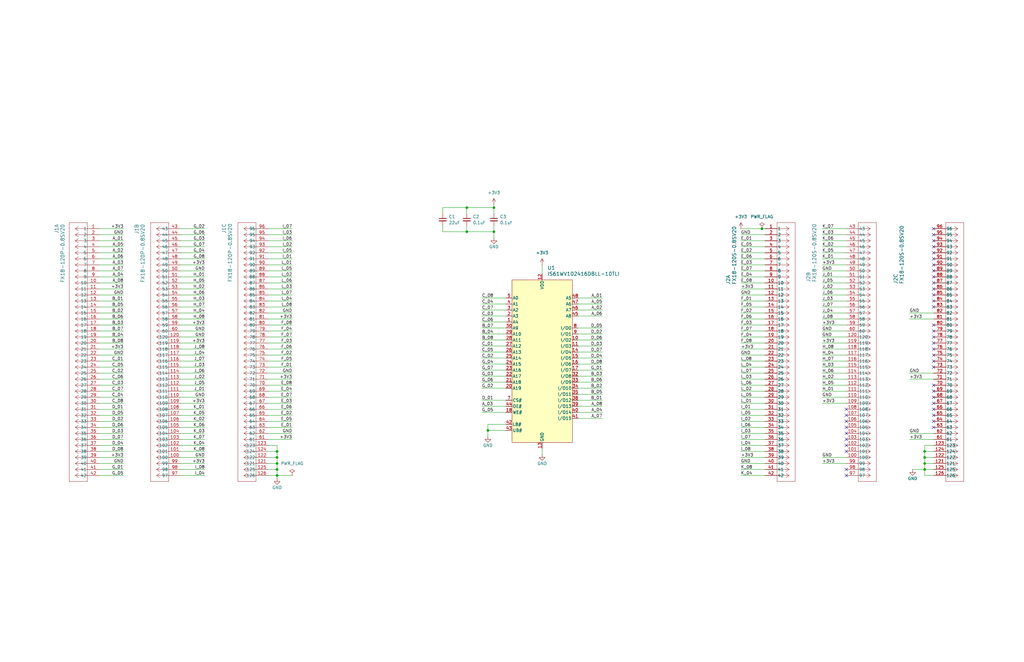
<source format=kicad_sch>
(kicad_sch (version 20231120) (generator "eeschema") (generator_version "8.0")
  (paper "USLedger")
  (lib_symbols
    (symbol "Device:C_Small" (pin_numbers hide) (pin_names (offset 0.254) hide)
      (property "Reference" "C" (at 0.254 1.778 0))
      (property "Value" "C_Small" (at 0.254 -2.032 0))
      (symbol "C_Small_1_1"
        (pin passive line (at 0 2.54 270) (length 2.032) (name "~") (number "1"))
        (pin passive line (at 0 -2.54 90) (length 2.032) (name "~") (number "2"))
      )
    )
    (symbol "FX18-120P-0-8SV20:FX18-120P-0.8SV20" (pin_names (offset 0.254))
      (property "Reference" "J" (at 8.89 6.35 0))
      (property "Value" "FX18-120P-0.8SV20" (at 0 0 0))
      (symbol "FX18-120P-0.8SV20_1_1"
        (pin passive line (at 0 0 0) (length 5.08) (name "1") (number "1"))
        (pin passive line (at 0 -22.86 0) (length 5.08) (name "10") (number "10"))
        (pin passive line (at 0 -25.4 0) (length 5.08) (name "11") (number "11"))
        (pin passive line (at 0 -27.94 0) (length 5.08) (name "12") (number "12"))
        (pin passive line (at 0 -30.48 0) (length 5.08) (name "13") (number "13"))
        (pin passive line (at 0 -33.02 0) (length 5.08) (name "14") (number "14"))
        (pin passive line (at 0 -35.56 0) (length 5.08) (name "15") (number "15"))
        (pin passive line (at 0 -38.1 0) (length 5.08) (name "16") (number "16"))
        (pin passive line (at 0 -40.64 0) (length 5.08) (name "17") (number "17"))
        (pin passive line (at 0 -43.18 0) (length 5.08) (name "18") (number "18"))
        (pin passive line (at 0 -45.72 0) (length 5.08) (name "19") (number "19"))
        (pin passive line (at 0 -2.54 0) (length 5.08) (name "2") (number "2"))
        (pin passive line (at 0 -48.26 0) (length 5.08) (name "20") (number "20"))
        (pin passive line (at 0 -50.8 0) (length 5.08) (name "21") (number "21"))
        (pin passive line (at 0 -53.34 0) (length 5.08) (name "22") (number "22"))
        (pin passive line (at 0 -55.88 0) (length 5.08) (name "23") (number "23"))
        (pin passive line (at 0 -58.42 0) (length 5.08) (name "24") (number "24"))
        (pin passive line (at 0 -60.96 0) (length 5.08) (name "25") (number "25"))
        (pin passive line (at 0 -63.5 0) (length 5.08) (name "26") (number "26"))
        (pin passive line (at 0 -66.04 0) (length 5.08) (name "27") (number "27"))
        (pin passive line (at 0 -68.58 0) (length 5.08) (name "28") (number "28"))
        (pin passive line (at 0 -71.12 0) (length 5.08) (name "29") (number "29"))
        (pin passive line (at 0 -5.08 0) (length 5.08) (name "3") (number "3"))
        (pin passive line (at 0 -73.66 0) (length 5.08) (name "30") (number "30"))
        (pin passive line (at 0 -76.2 0) (length 5.08) (name "31") (number "31"))
        (pin passive line (at 0 -78.74 0) (length 5.08) (name "32") (number "32"))
        (pin passive line (at 0 -81.28 0) (length 5.08) (name "33") (number "33"))
        (pin passive line (at 0 -83.82 0) (length 5.08) (name "34") (number "34"))
        (pin passive line (at 0 -86.36 0) (length 5.08) (name "35") (number "35"))
        (pin passive line (at 0 -88.9 0) (length 5.08) (name "36") (number "36"))
        (pin passive line (at 0 -91.44 0) (length 5.08) (name "37") (number "37"))
        (pin passive line (at 0 -93.98 0) (length 5.08) (name "38") (number "38"))
        (pin passive line (at 0 -96.52 0) (length 5.08) (name "39") (number "39"))
        (pin passive line (at 0 -7.62 0) (length 5.08) (name "4") (number "4"))
        (pin passive line (at 0 -99.06 0) (length 5.08) (name "40") (number "40"))
        (pin passive line (at 0 -101.6 0) (length 5.08) (name "41") (number "41"))
        (pin passive line (at 0 -104.14 0) (length 5.08) (name "42") (number "42"))
        (pin passive line (at 0 -10.16 0) (length 5.08) (name "5") (number "5"))
        (pin passive line (at 0 -12.7 0) (length 5.08) (name "6") (number "6"))
        (pin passive line (at 0 -15.24 0) (length 5.08) (name "7") (number "7"))
        (pin passive line (at 0 -17.78 0) (length 5.08) (name "8") (number "8"))
        (pin passive line (at 0 -20.32 0) (length 5.08) (name "9") (number "9"))
      )
      (symbol "FX18-120P-0.8SV20_2_1"
        (pin passive line (at 0 -96.52 0) (length 5.08) (name "100") (number "100"))
        (pin passive line (at 0 -93.98 0) (length 5.08) (name "101") (number "101"))
        (pin passive line (at 0 -91.44 0) (length 5.08) (name "102") (number "102"))
        (pin passive line (at 0 -88.9 0) (length 5.08) (name "103") (number "103"))
        (pin passive line (at 0 -86.36 0) (length 5.08) (name "104") (number "104"))
        (pin passive line (at 0 -83.82 0) (length 5.08) (name "105") (number "105"))
        (pin passive line (at 0 -81.28 0) (length 5.08) (name "106") (number "106"))
        (pin passive line (at 0 -78.74 0) (length 5.08) (name "107") (number "107"))
        (pin passive line (at 0 -76.2 0) (length 5.08) (name "108") (number "108"))
        (pin passive line (at 0 -73.66 0) (length 5.08) (name "109") (number "109"))
        (pin passive line (at 0 -71.12 0) (length 5.08) (name "110") (number "110"))
        (pin passive line (at 0 -68.58 0) (length 5.08) (name "111") (number "111"))
        (pin passive line (at 0 -66.04 0) (length 5.08) (name "112") (number "112"))
        (pin passive line (at 0 -63.5 0) (length 5.08) (name "113") (number "113"))
        (pin passive line (at 0 -60.96 0) (length 5.08) (name "114") (number "114"))
        (pin passive line (at 0 -58.42 0) (length 5.08) (name "115") (number "115"))
        (pin passive line (at 0 -55.88 0) (length 5.08) (name "116") (number "116"))
        (pin passive line (at 0 -53.34 0) (length 5.08) (name "117") (number "117"))
        (pin passive line (at 0 -50.8 0) (length 5.08) (name "118") (number "118"))
        (pin passive line (at 0 -48.26 0) (length 5.08) (name "119") (number "119"))
        (pin passive line (at 0 -45.72 0) (length 5.08) (name "120") (number "120"))
        (pin passive line (at 0 0 0) (length 5.08) (name "43") (number "43"))
        (pin passive line (at 0 -2.54 0) (length 5.08) (name "44") (number "44"))
        (pin passive line (at 0 -5.08 0) (length 5.08) (name "45") (number "45"))
        (pin passive line (at 0 -7.62 0) (length 5.08) (name "46") (number "46"))
        (pin passive line (at 0 -10.16 0) (length 5.08) (name "47") (number "47"))
        (pin passive line (at 0 -12.7 0) (length 5.08) (name "48") (number "48"))
        (pin passive line (at 0 -15.24 0) (length 5.08) (name "49") (number "49"))
        (pin passive line (at 0 -17.78 0) (length 5.08) (name "50") (number "50"))
        (pin passive line (at 0 -20.32 0) (length 5.08) (name "51") (number "51"))
        (pin passive line (at 0 -22.86 0) (length 5.08) (name "52") (number "52"))
        (pin passive line (at 0 -25.4 0) (length 5.08) (name "53") (number "53"))
        (pin passive line (at 0 -27.94 0) (length 5.08) (name "54") (number "54"))
        (pin passive line (at 0 -30.48 0) (length 5.08) (name "55") (number "55"))
        (pin passive line (at 0 -33.02 0) (length 5.08) (name "56") (number "56"))
        (pin passive line (at 0 -35.56 0) (length 5.08) (name "57") (number "57"))
        (pin passive line (at 0 -38.1 0) (length 5.08) (name "58") (number "58"))
        (pin passive line (at 0 -40.64 0) (length 5.08) (name "59") (number "59"))
        (pin passive line (at 0 -43.18 0) (length 5.08) (name "60") (number "60"))
        (pin passive line (at 0 -104.14 0) (length 5.08) (name "97") (number "97"))
        (pin passive line (at 0 -101.6 0) (length 5.08) (name "98") (number "98"))
        (pin passive line (at 0 -99.06 0) (length 5.08) (name "99") (number "99"))
      )
      (symbol "FX18-120P-0.8SV20_3_1"
        (pin passive line (at 0 -99.06 0) (length 5.08) (name "121") (number "121"))
        (pin passive line (at 0 -96.52 0) (length 5.08) (name "122") (number "122"))
        (pin passive line (at 0 -91.44 0) (length 5.08) (name "123") (number "123"))
        (pin passive line (at 0 -93.98 0) (length 5.08) (name "124") (number "124"))
        (pin passive line (at 0 -101.6 0) (length 5.08) (name "125") (number "125"))
        (pin passive line (at 0 -104.14 0) (length 5.08) (name "126") (number "126"))
        (pin passive line (at 0 -88.9 0) (length 5.08) (name "61") (number "61"))
        (pin passive line (at 0 -86.36 0) (length 5.08) (name "62") (number "62"))
        (pin passive line (at 0 -83.82 0) (length 5.08) (name "63") (number "63"))
        (pin passive line (at 0 -81.28 0) (length 5.08) (name "64") (number "64"))
        (pin passive line (at 0 -78.74 0) (length 5.08) (name "65") (number "65"))
        (pin passive line (at 0 -76.2 0) (length 5.08) (name "66") (number "66"))
        (pin passive line (at 0 -73.66 0) (length 5.08) (name "67") (number "67"))
        (pin passive line (at 0 -71.12 0) (length 5.08) (name "68") (number "68"))
        (pin passive line (at 0 -68.58 0) (length 5.08) (name "69") (number "69"))
        (pin passive line (at 0 -66.04 0) (length 5.08) (name "70") (number "70"))
        (pin passive line (at 0 -63.5 0) (length 5.08) (name "71") (number "71"))
        (pin passive line (at 0 -60.96 0) (length 5.08) (name "72") (number "72"))
        (pin passive line (at 0 -58.42 0) (length 5.08) (name "73") (number "73"))
        (pin passive line (at 0 -55.88 0) (length 5.08) (name "74") (number "74"))
        (pin passive line (at 0 -53.34 0) (length 5.08) (name "75") (number "75"))
        (pin passive line (at 0 -50.8 0) (length 5.08) (name "76") (number "76"))
        (pin passive line (at 0 -48.26 0) (length 5.08) (name "77") (number "77"))
        (pin passive line (at 0 -45.72 0) (length 5.08) (name "78") (number "78"))
        (pin passive line (at 0 -43.18 0) (length 5.08) (name "79") (number "79"))
        (pin passive line (at 0 -40.64 0) (length 5.08) (name "80") (number "80"))
        (pin passive line (at 0 -38.1 0) (length 5.08) (name "81") (number "81"))
        (pin passive line (at 0 -35.56 0) (length 5.08) (name "82") (number "82"))
        (pin passive line (at 0 -33.02 0) (length 5.08) (name "83") (number "83"))
        (pin passive line (at 0 -30.48 0) (length 5.08) (name "84") (number "84"))
        (pin passive line (at 0 -27.94 0) (length 5.08) (name "85") (number "85"))
        (pin passive line (at 0 -25.4 0) (length 5.08) (name "86") (number "86"))
        (pin passive line (at 0 -22.86 0) (length 5.08) (name "87") (number "87"))
        (pin passive line (at 0 -20.32 0) (length 5.08) (name "88") (number "88"))
        (pin passive line (at 0 -17.78 0) (length 5.08) (name "89") (number "89"))
        (pin passive line (at 0 -15.24 0) (length 5.08) (name "90") (number "90"))
        (pin passive line (at 0 -12.7 0) (length 5.08) (name "91") (number "91"))
        (pin passive line (at 0 -10.16 0) (length 5.08) (name "92") (number "92"))
        (pin passive line (at 0 -7.62 0) (length 5.08) (name "93") (number "93"))
        (pin passive line (at 0 -5.08 0) (length 5.08) (name "94") (number "94"))
        (pin passive line (at 0 -2.54 0) (length 5.08) (name "95") (number "95"))
        (pin passive line (at 0 0 0) (length 5.08) (name "96") (number "96"))
      )
    )
    (symbol "FX18-120S-0-8SV20:FX18-120S-0.8SV20" (pin_names (offset 0.254))
      (property "Reference" "J" (at 8.89 6.35 0))
      (property "Value" "FX18-120S-0.8SV20" (at 0 0 0))
      (symbol "FX18-120S-0.8SV20_1_1"
        (pin passive line (at 0 0 0) (length 5.08) (name "1") (number "1"))
        (pin passive line (at 0 -22.86 0) (length 5.08) (name "10") (number "10"))
        (pin passive line (at 0 -25.4 0) (length 5.08) (name "11") (number "11"))
        (pin passive line (at 0 -27.94 0) (length 5.08) (name "12") (number "12"))
        (pin passive line (at 0 -30.48 0) (length 5.08) (name "13") (number "13"))
        (pin passive line (at 0 -33.02 0) (length 5.08) (name "14") (number "14"))
        (pin passive line (at 0 -35.56 0) (length 5.08) (name "15") (number "15"))
        (pin passive line (at 0 -38.1 0) (length 5.08) (name "16") (number "16"))
        (pin passive line (at 0 -40.64 0) (length 5.08) (name "17") (number "17"))
        (pin passive line (at 0 -43.18 0) (length 5.08) (name "18") (number "18"))
        (pin passive line (at 0 -45.72 0) (length 5.08) (name "19") (number "19"))
        (pin passive line (at 0 -2.54 0) (length 5.08) (name "2") (number "2"))
        (pin passive line (at 0 -48.26 0) (length 5.08) (name "20") (number "20"))
        (pin passive line (at 0 -50.8 0) (length 5.08) (name "21") (number "21"))
        (pin passive line (at 0 -53.34 0) (length 5.08) (name "22") (number "22"))
        (pin passive line (at 0 -55.88 0) (length 5.08) (name "23") (number "23"))
        (pin passive line (at 0 -58.42 0) (length 5.08) (name "24") (number "24"))
        (pin passive line (at 0 -60.96 0) (length 5.08) (name "25") (number "25"))
        (pin passive line (at 0 -63.5 0) (length 5.08) (name "26") (number "26"))
        (pin passive line (at 0 -66.04 0) (length 5.08) (name "27") (number "27"))
        (pin passive line (at 0 -68.58 0) (length 5.08) (name "28") (number "28"))
        (pin passive line (at 0 -71.12 0) (length 5.08) (name "29") (number "29"))
        (pin passive line (at 0 -5.08 0) (length 5.08) (name "3") (number "3"))
        (pin passive line (at 0 -73.66 0) (length 5.08) (name "30") (number "30"))
        (pin passive line (at 0 -76.2 0) (length 5.08) (name "31") (number "31"))
        (pin passive line (at 0 -78.74 0) (length 5.08) (name "32") (number "32"))
        (pin passive line (at 0 -81.28 0) (length 5.08) (name "33") (number "33"))
        (pin passive line (at 0 -83.82 0) (length 5.08) (name "34") (number "34"))
        (pin passive line (at 0 -86.36 0) (length 5.08) (name "35") (number "35"))
        (pin passive line (at 0 -88.9 0) (length 5.08) (name "36") (number "36"))
        (pin passive line (at 0 -91.44 0) (length 5.08) (name "37") (number "37"))
        (pin passive line (at 0 -93.98 0) (length 5.08) (name "38") (number "38"))
        (pin passive line (at 0 -96.52 0) (length 5.08) (name "39") (number "39"))
        (pin passive line (at 0 -7.62 0) (length 5.08) (name "4") (number "4"))
        (pin passive line (at 0 -99.06 0) (length 5.08) (name "40") (number "40"))
        (pin passive line (at 0 -101.6 0) (length 5.08) (name "41") (number "41"))
        (pin passive line (at 0 -104.14 0) (length 5.08) (name "42") (number "42"))
        (pin passive line (at 0 -10.16 0) (length 5.08) (name "5") (number "5"))
        (pin passive line (at 0 -12.7 0) (length 5.08) (name "6") (number "6"))
        (pin passive line (at 0 -15.24 0) (length 5.08) (name "7") (number "7"))
        (pin passive line (at 0 -17.78 0) (length 5.08) (name "8") (number "8"))
        (pin passive line (at 0 -20.32 0) (length 5.08) (name "9") (number "9"))
      )
      (symbol "FX18-120S-0.8SV20_2_1"
        (pin passive line (at 0 -96.52 0) (length 5.08) (name "100") (number "100"))
        (pin passive line (at 0 -93.98 0) (length 5.08) (name "101") (number "101"))
        (pin passive line (at 0 -91.44 0) (length 5.08) (name "102") (number "102"))
        (pin passive line (at 0 -88.9 0) (length 5.08) (name "103") (number "103"))
        (pin passive line (at 0 -86.36 0) (length 5.08) (name "104") (number "104"))
        (pin passive line (at 0 -83.82 0) (length 5.08) (name "105") (number "105"))
        (pin passive line (at 0 -81.28 0) (length 5.08) (name "106") (number "106"))
        (pin passive line (at 0 -78.74 0) (length 5.08) (name "107") (number "107"))
        (pin passive line (at 0 -76.2 0) (length 5.08) (name "108") (number "108"))
        (pin passive line (at 0 -73.66 0) (length 5.08) (name "109") (number "109"))
        (pin passive line (at 0 -71.12 0) (length 5.08) (name "110") (number "110"))
        (pin passive line (at 0 -68.58 0) (length 5.08) (name "111") (number "111"))
        (pin passive line (at 0 -66.04 0) (length 5.08) (name "112") (number "112"))
        (pin passive line (at 0 -63.5 0) (length 5.08) (name "113") (number "113"))
        (pin passive line (at 0 -60.96 0) (length 5.08) (name "114") (number "114"))
        (pin passive line (at 0 -58.42 0) (length 5.08) (name "115") (number "115"))
        (pin passive line (at 0 -55.88 0) (length 5.08) (name "116") (number "116"))
        (pin passive line (at 0 -53.34 0) (length 5.08) (name "117") (number "117"))
        (pin passive line (at 0 -50.8 0) (length 5.08) (name "118") (number "118"))
        (pin passive line (at 0 -48.26 0) (length 5.08) (name "119") (number "119"))
        (pin passive line (at 0 -45.72 0) (length 5.08) (name "120") (number "120"))
        (pin passive line (at 0 0 0) (length 5.08) (name "43") (number "43"))
        (pin passive line (at 0 -2.54 0) (length 5.08) (name "44") (number "44"))
        (pin passive line (at 0 -5.08 0) (length 5.08) (name "45") (number "45"))
        (pin passive line (at 0 -7.62 0) (length 5.08) (name "46") (number "46"))
        (pin passive line (at 0 -10.16 0) (length 5.08) (name "47") (number "47"))
        (pin passive line (at 0 -12.7 0) (length 5.08) (name "48") (number "48"))
        (pin passive line (at 0 -15.24 0) (length 5.08) (name "49") (number "49"))
        (pin passive line (at 0 -17.78 0) (length 5.08) (name "50") (number "50"))
        (pin passive line (at 0 -20.32 0) (length 5.08) (name "51") (number "51"))
        (pin passive line (at 0 -22.86 0) (length 5.08) (name "52") (number "52"))
        (pin passive line (at 0 -25.4 0) (length 5.08) (name "53") (number "53"))
        (pin passive line (at 0 -27.94 0) (length 5.08) (name "54") (number "54"))
        (pin passive line (at 0 -30.48 0) (length 5.08) (name "55") (number "55"))
        (pin passive line (at 0 -33.02 0) (length 5.08) (name "56") (number "56"))
        (pin passive line (at 0 -35.56 0) (length 5.08) (name "57") (number "57"))
        (pin passive line (at 0 -38.1 0) (length 5.08) (name "58") (number "58"))
        (pin passive line (at 0 -40.64 0) (length 5.08) (name "59") (number "59"))
        (pin passive line (at 0 -43.18 0) (length 5.08) (name "60") (number "60"))
        (pin passive line (at 0 -104.14 0) (length 5.08) (name "97") (number "97"))
        (pin passive line (at 0 -101.6 0) (length 5.08) (name "98") (number "98"))
        (pin passive line (at 0 -99.06 0) (length 5.08) (name "99") (number "99"))
      )
      (symbol "FX18-120S-0.8SV20_3_1"
        (pin passive line (at 0 -99.06 0) (length 5.08) (name "121") (number "121"))
        (pin passive line (at 0 -96.52 0) (length 5.08) (name "122") (number "122"))
        (pin passive line (at 0 -91.44 0) (length 5.08) (name "123") (number "123"))
        (pin passive line (at 0 -93.98 0) (length 5.08) (name "124") (number "124"))
        (pin passive line (at 0 -101.6 0) (length 5.08) (name "125") (number "125"))
        (pin passive line (at 0 -104.14 0) (length 5.08) (name "126") (number "126"))
        (pin passive line (at 0 -88.9 0) (length 5.08) (name "61") (number "61"))
        (pin passive line (at 0 -86.36 0) (length 5.08) (name "62") (number "62"))
        (pin passive line (at 0 -83.82 0) (length 5.08) (name "63") (number "63"))
        (pin passive line (at 0 -81.28 0) (length 5.08) (name "64") (number "64"))
        (pin passive line (at 0 -78.74 0) (length 5.08) (name "65") (number "65"))
        (pin passive line (at 0 -76.2 0) (length 5.08) (name "66") (number "66"))
        (pin passive line (at 0 -73.66 0) (length 5.08) (name "67") (number "67"))
        (pin passive line (at 0 -71.12 0) (length 5.08) (name "68") (number "68"))
        (pin passive line (at 0 -68.58 0) (length 5.08) (name "69") (number "69"))
        (pin passive line (at 0 -66.04 0) (length 5.08) (name "70") (number "70"))
        (pin passive line (at 0 -63.5 0) (length 5.08) (name "71") (number "71"))
        (pin passive line (at 0 -60.96 0) (length 5.08) (name "72") (number "72"))
        (pin passive line (at 0 -58.42 0) (length 5.08) (name "73") (number "73"))
        (pin passive line (at 0 -55.88 0) (length 5.08) (name "74") (number "74"))
        (pin passive line (at 0 -53.34 0) (length 5.08) (name "75") (number "75"))
        (pin passive line (at 0 -50.8 0) (length 5.08) (name "76") (number "76"))
        (pin passive line (at 0 -48.26 0) (length 5.08) (name "77") (number "77"))
        (pin passive line (at 0 -45.72 0) (length 5.08) (name "78") (number "78"))
        (pin passive line (at 0 -43.18 0) (length 5.08) (name "79") (number "79"))
        (pin passive line (at 0 -40.64 0) (length 5.08) (name "80") (number "80"))
        (pin passive line (at 0 -38.1 0) (length 5.08) (name "81") (number "81"))
        (pin passive line (at 0 -35.56 0) (length 5.08) (name "82") (number "82"))
        (pin passive line (at 0 -33.02 0) (length 5.08) (name "83") (number "83"))
        (pin passive line (at 0 -30.48 0) (length 5.08) (name "84") (number "84"))
        (pin passive line (at 0 -27.94 0) (length 5.08) (name "85") (number "85"))
        (pin passive line (at 0 -25.4 0) (length 5.08) (name "86") (number "86"))
        (pin passive line (at 0 -22.86 0) (length 5.08) (name "87") (number "87"))
        (pin passive line (at 0 -20.32 0) (length 5.08) (name "88") (number "88"))
        (pin passive line (at 0 -17.78 0) (length 5.08) (name "89") (number "89"))
        (pin passive line (at 0 -15.24 0) (length 5.08) (name "90") (number "90"))
        (pin passive line (at 0 -12.7 0) (length 5.08) (name "91") (number "91"))
        (pin passive line (at 0 -10.16 0) (length 5.08) (name "92") (number "92"))
        (pin passive line (at 0 -7.62 0) (length 5.08) (name "93") (number "93"))
        (pin passive line (at 0 -5.08 0) (length 5.08) (name "94") (number "94"))
        (pin passive line (at 0 -2.54 0) (length 5.08) (name "95") (number "95"))
        (pin passive line (at 0 0 0) (length 5.08) (name "96") (number "96"))
      )
    )
    (symbol "IS61WV102416DBLL-10TLI:IS61WV102416DBLL-10TLI" (pin_names (offset 0.254))
      (property "Reference" "U" (at 22.098 13.208 0))
      (property "Value" "IS61WV102416DBLL-10TLI" (at 22.098 10.668 0))
      (symbol "IS61WV102416DBLL-10TLI_1_1"
        (pin input line (at 5.08 -10.16 0) (length 2.54) (name "A4") (number "1"))
        (pin bidirectional line (at 35.56 -17.78 180) (length 2.54) (name "I/O2") (number "10"))
        (pin bidirectional line (at 35.56 -20.32 180) (length 2.54) (name "I/O3") (number "11"))
        (pin power_in line (at 20.32 10.16 270) (length 2.54) (name "VDD") (number "12"))
        (pin power_in line (at 20.32 -63.5 90) (length 2.54) (name "GND") (number "13"))
        (pin bidirectional line (at 35.56 -22.86 180) (length 2.54) (name "I/O4") (number "14"))
        (pin bidirectional line (at 35.56 -25.4 180) (length 2.54) (name "I/O5") (number "15"))
        (pin bidirectional line (at 35.56 -27.94 180) (length 2.54) (name "I/O6") (number "16"))
        (pin bidirectional line (at 35.56 -30.48 180) (length 2.54) (name "I/O7") (number "17"))
        (pin input line (at 5.08 -48.26 0) (length 2.54) (name "WE#") (number "18"))
        (pin no_connect line (at 35.56 -57.15 180) (length 2.54) hide (name "NC") (number "19"))
        (pin input line (at 5.08 -7.62 0) (length 2.54) (name "A3") (number "2"))
        (pin input line (at 5.08 -38.1 0) (length 2.54) (name "A19") (number "20"))
        (pin input line (at 5.08 -35.56 0) (length 2.54) (name "A18") (number "21"))
        (pin input line (at 5.08 -33.02 0) (length 2.54) (name "A17") (number "22"))
        (pin input line (at 5.08 -30.48 0) (length 2.54) (name "A16") (number "23"))
        (pin input line (at 5.08 -27.94 0) (length 2.54) (name "A15") (number "24"))
        (pin input line (at 5.08 -25.4 0) (length 2.54) (name "A14") (number "25"))
        (pin input line (at 5.08 -22.86 0) (length 2.54) (name "A13") (number "26"))
        (pin input line (at 5.08 -20.32 0) (length 2.54) (name "A12") (number "27"))
        (pin input line (at 5.08 -17.78 0) (length 2.54) (name "A11") (number "28"))
        (pin input line (at 5.08 -15.24 0) (length 2.54) (name "A10") (number "29"))
        (pin input line (at 5.08 -5.08 0) (length 2.54) (name "A2") (number "3"))
        (pin input line (at 5.08 -12.7 0) (length 2.54) (name "A9") (number "30"))
        (pin no_connect line (at 35.56 -54.61 180) (length 2.54) hide (name "NC") (number "31"))
        (pin bidirectional line (at 35.56 -33.02 180) (length 2.54) (name "I/O8") (number "32"))
        (pin bidirectional line (at 35.56 -35.56 180) (length 2.54) (name "I/O9") (number "33"))
        (pin bidirectional line (at 35.56 -38.1 180) (length 2.54) (name "I/O10") (number "34"))
        (pin bidirectional line (at 35.56 -40.64 180) (length 2.54) (name "I/O11") (number "35"))
        (pin passive line (at 20.32 10.16 270) (length 2.54) hide (name "VDD") (number "36"))
        (pin power_in line (at 20.32 -63.5 90) (length 2.54) hide (name "GND") (number "37"))
        (pin bidirectional line (at 35.56 -43.18 180) (length 2.54) (name "I/O12") (number "38"))
        (pin bidirectional line (at 35.56 -45.72 180) (length 2.54) (name "I/O13") (number "39"))
        (pin input line (at 5.08 -2.54 0) (length 2.54) (name "A1") (number "4"))
        (pin bidirectional line (at 35.56 -48.26 180) (length 2.54) (name "I/O14") (number "40"))
        (pin bidirectional line (at 35.56 -50.8 180) (length 2.54) (name "I/O15") (number "41"))
        (pin passive line (at 5.08 -53.34 0) (length 2.54) (name "LB#") (number "42"))
        (pin passive line (at 5.08 -55.88 0) (length 2.54) (name "UB#") (number "43"))
        (pin input line (at 5.08 -45.72 0) (length 2.54) (name "OE#") (number "44"))
        (pin bidirectional line (at 35.56 -7.62 180) (length 2.54) (name "A8") (number "45"))
        (pin bidirectional line (at 35.56 -5.08 180) (length 2.54) (name "A7") (number "46"))
        (pin bidirectional line (at 35.56 -2.54 180) (length 2.54) (name "A6") (number "47"))
        (pin bidirectional line (at 35.56 0 180) (length 2.54) (name "A5") (number "48"))
        (pin input line (at 5.08 0 0) (length 2.54) (name "A0") (number "5"))
        (pin no_connect line (at 35.56 -59.69 180) (length 2.54) hide (name "NC") (number "6"))
        (pin input line (at 5.08 -43.18 0) (length 2.54) (name "CS#") (number "7"))
        (pin bidirectional line (at 35.56 -12.7 180) (length 2.54) (name "I/O0") (number "8"))
        (pin bidirectional line (at 35.56 -15.24 180) (length 2.54) (name "I/O1") (number "9"))
      )
    )
    (symbol "power:+3V3" (power) (pin_numbers hide) (pin_names (offset 0) hide)
      (property "Value" "+3V3" (at 0 3.556 0))
      (symbol "+3V3_1_1"
        (pin power_in line (at 0 0 90) (length 0) (name "~") (number "1"))
      )
    )
    (symbol "power:GND" (power) (pin_numbers hide) (pin_names (offset 0) hide)
      (property "Value" "GND" (at 0 -3.81 0))
      (symbol "GND_1_1"
        (pin power_in line (at 0 0 270) (length 0) (name "~") (number "1"))
      )
    )
    (symbol "power:PWR_FLAG" (power) (pin_numbers hide) (pin_names (offset 0) hide)
      (property "Value" "PWR_FLAG" (at 0 3.81 0))
      (symbol "PWR_FLAG_0_0"
        (pin power_out line (at 0 0 90) (length 0) (name "~") (number "1"))
      )
    )
  )
  (junction (at 116.84 198.12))
  (junction (at 196.85 97.79))
  (junction (at 116.84 200.66))
  (junction (at 116.84 195.58))
  (junction (at 116.84 193.04))
  (junction (at 205.74 181.61))
  (junction (at 389.89 190.5))
  (junction (at 208.28 87.63))
  (junction (at 116.84 190.5))
  (junction (at 389.89 195.58))
  (junction (at 389.89 193.04))
  (junction (at 389.89 198.12))
  (junction (at 208.28 97.79))
  (junction (at 196.85 87.63))
  (junction (at 321.31 96.52))
  (no_connect (at 393.7 104.14))
  (no_connect (at 393.7 116.84))
  (no_connect (at 393.7 111.76))
  (no_connect (at 393.7 177.8))
  (no_connect (at 393.7 114.3))
  (no_connect (at 393.7 109.22))
  (no_connect (at 356.87 198.12))
  (no_connect (at 393.7 121.92))
  (no_connect (at 393.7 149.86))
  (no_connect (at 393.7 139.7))
  (no_connect (at 356.87 177.8))
  (no_connect (at 393.7 96.52))
  (no_connect (at 393.7 101.6))
  (no_connect (at 356.87 182.88))
  (no_connect (at 393.7 167.64))
  (no_connect (at 356.87 175.26))
  (no_connect (at 393.7 137.16))
  (no_connect (at 393.7 124.46))
  (no_connect (at 393.7 142.24))
  (no_connect (at 393.7 144.78))
  (no_connect (at 393.7 162.56))
  (no_connect (at 393.7 180.34))
  (no_connect (at 356.87 190.5))
  (no_connect (at 393.7 170.18))
  (no_connect (at 356.87 180.34))
  (no_connect (at 393.7 99.06))
  (no_connect (at 393.7 147.32))
  (no_connect (at 393.7 175.26))
  (no_connect (at 356.87 187.96))
  (no_connect (at 356.87 185.42))
  (no_connect (at 393.7 152.4))
  (no_connect (at 356.87 200.66))
  (no_connect (at 393.7 172.72))
  (no_connect (at 393.7 129.54))
  (no_connect (at 393.7 165.1))
  (no_connect (at 393.7 106.68))
  (no_connect (at 393.7 154.94))
  (no_connect (at 356.87 172.72))
  (no_connect (at 393.7 119.38))
  (no_connect (at 393.7 127))
  (wire (pts (xy 312.42 154.94) (xy 322.58 154.94)))
  (wire (pts (xy 86.36 187.96) (xy 76.2 187.96)))
  (wire (pts (xy 346.71 160.02) (xy 356.87 160.02)))
  (wire (pts (xy 52.07 190.5) (xy 41.91 190.5)))
  (wire (pts (xy 243.84 166.37) (xy 254 166.37)))
  (wire (pts (xy 203.2 130.81) (xy 213.36 130.81)))
  (wire (pts (xy 312.42 167.64) (xy 322.58 167.64)))
  (wire (pts (xy 312.42 190.5) (xy 322.58 190.5)))
  (wire (pts (xy 346.71 165.1) (xy 356.87 165.1)))
  (wire (pts (xy 383.54 182.88) (xy 393.7 182.88)))
  (wire (pts (xy 52.07 157.48) (xy 41.91 157.48)))
  (wire (pts (xy 203.2 173.99) (xy 213.36 173.99)))
  (wire (pts (xy 346.71 139.7) (xy 356.87 139.7)))
  (wire (pts (xy 312.42 104.14) (xy 322.58 104.14)))
  (wire (pts (xy 52.07 111.76) (xy 41.91 111.76)))
  (wire (pts (xy 123.19 109.22) (xy 113.03 109.22)))
  (wire (pts (xy 52.07 106.68) (xy 41.91 106.68)))
  (wire (pts (xy 52.07 200.66) (xy 41.91 200.66)))
  (wire (pts (xy 383.54 160.02) (xy 393.7 160.02)))
  (wire (pts (xy 383.54 185.42) (xy 393.7 185.42)))
  (wire (pts (xy 86.36 111.76) (xy 76.2 111.76)))
  (wire (pts (xy 52.07 185.42) (xy 41.91 185.42)))
  (wire (pts (xy 52.07 175.26) (xy 41.91 175.26)))
  (wire (pts (xy 243.84 140.97) (xy 254 140.97)))
  (wire (pts (xy 243.84 151.13) (xy 254 151.13)))
  (wire (pts (xy 312.42 195.58) (xy 322.58 195.58)))
  (wire (pts (xy 52.07 198.12) (xy 41.91 198.12)))
  (wire (pts (xy 346.71 109.22) (xy 356.87 109.22)))
  (wire (pts (xy 123.19 160.02) (xy 113.03 160.02)))
  (wire (pts (xy 116.84 190.5) (xy 113.03 190.5)))
  (wire (pts (xy 203.2 161.29) (xy 213.36 161.29)))
  (wire (pts (xy 312.42 152.4) (xy 322.58 152.4)))
  (wire (pts (xy 346.71 134.62) (xy 356.87 134.62)))
  (wire (pts (xy 52.07 187.96) (xy 41.91 187.96)))
  (wire (pts (xy 346.71 157.48) (xy 356.87 157.48)))
  (wire (pts (xy 86.36 172.72) (xy 76.2 172.72)))
  (wire (pts (xy 116.84 198.12) (xy 113.03 198.12)))
  (wire (pts (xy 86.36 127) (xy 76.2 127)))
  (wire (pts (xy 243.84 125.73) (xy 254 125.73)))
  (wire (pts (xy 86.36 137.16) (xy 76.2 137.16)))
  (wire (pts (xy 346.71 149.86) (xy 356.87 149.86)))
  (wire (pts (xy 52.07 116.84) (xy 41.91 116.84)))
  (wire (pts (xy 52.07 160.02) (xy 41.91 160.02)))
  (wire (pts (xy 312.42 200.66) (xy 322.58 200.66)))
  (wire (pts (xy 243.84 163.83) (xy 254 163.83)))
  (wire (pts (xy 312.42 99.06) (xy 322.58 99.06)))
  (wire (pts (xy 196.85 87.63) (xy 208.28 87.63)))
  (wire (pts (xy 86.36 190.5) (xy 76.2 190.5)))
  (wire (pts (xy 205.74 181.61) (xy 213.36 181.61)))
  (wire (pts (xy 312.42 149.86) (xy 322.58 149.86)))
  (wire (pts (xy 116.84 193.04) (xy 116.84 195.58)))
  (wire (pts (xy 312.42 137.16) (xy 322.58 137.16)))
  (wire (pts (xy 203.2 156.21) (xy 213.36 156.21)))
  (wire (pts (xy 346.71 129.54) (xy 356.87 129.54)))
  (wire (pts (xy 52.07 149.86) (xy 41.91 149.86)))
  (wire (pts (xy 52.07 137.16) (xy 41.91 137.16)))
  (wire (pts (xy 86.36 121.92) (xy 76.2 121.92)))
  (wire (pts (xy 312.42 121.92) (xy 322.58 121.92)))
  (wire (pts (xy 123.19 185.42) (xy 113.03 185.42)))
  (wire (pts (xy 203.2 148.59) (xy 213.36 148.59)))
  (wire (pts (xy 52.07 154.94) (xy 41.91 154.94)))
  (wire (pts (xy 52.07 119.38) (xy 41.91 119.38)))
  (wire (pts (xy 86.36 147.32) (xy 76.2 147.32)))
  (wire (pts (xy 86.36 195.58) (xy 76.2 195.58)))
  (wire (pts (xy 123.19 142.24) (xy 113.03 142.24)))
  (wire (pts (xy 52.07 147.32) (xy 41.91 147.32)))
  (wire (pts (xy 186.69 97.79) (xy 196.85 97.79)))
  (wire (pts (xy 389.89 190.5) (xy 393.7 190.5)))
  (wire (pts (xy 123.19 134.62) (xy 113.03 134.62)))
  (wire (pts (xy 243.84 146.05) (xy 254 146.05)))
  (wire (pts (xy 243.84 128.27) (xy 254 128.27)))
  (wire (pts (xy 123.19 147.32) (xy 113.03 147.32)))
  (wire (pts (xy 243.84 168.91) (xy 254 168.91)))
  (wire (pts (xy 116.84 193.04) (xy 113.03 193.04)))
  (wire (pts (xy 52.07 114.3) (xy 41.91 114.3)))
  (wire (pts (xy 86.36 152.4) (xy 76.2 152.4)))
  (wire (pts (xy 312.42 139.7) (xy 322.58 139.7)))
  (wire (pts (xy 123.19 132.08) (xy 113.03 132.08)))
  (wire (pts (xy 116.84 187.96) (xy 116.84 190.5)))
  (wire (pts (xy 123.19 175.26) (xy 113.03 175.26)))
  (wire (pts (xy 393.7 187.96) (xy 389.89 187.96)))
  (wire (pts (xy 86.36 157.48) (xy 76.2 157.48)))
  (wire (pts (xy 208.28 86.36) (xy 208.28 87.63)))
  (wire (pts (xy 346.71 96.52) (xy 356.87 96.52)))
  (wire (pts (xy 116.84 200.66) (xy 116.84 201.93)))
  (wire (pts (xy 389.89 198.12) (xy 389.89 200.66)))
  (wire (pts (xy 116.84 195.58) (xy 113.03 195.58)))
  (wire (pts (xy 346.71 101.6) (xy 356.87 101.6)))
  (wire (pts (xy 86.36 142.24) (xy 76.2 142.24)))
  (wire (pts (xy 123.19 162.56) (xy 113.03 162.56)))
  (wire (pts (xy 86.36 119.38) (xy 76.2 119.38)))
  (wire (pts (xy 383.54 157.48) (xy 393.7 157.48)))
  (wire (pts (xy 186.69 90.17) (xy 186.69 87.63)))
  (wire (pts (xy 243.84 176.53) (xy 254 176.53)))
  (wire (pts (xy 389.89 193.04) (xy 389.89 195.58)))
  (wire (pts (xy 86.36 182.88) (xy 76.2 182.88)))
  (wire (pts (xy 116.84 198.12) (xy 116.84 200.66)))
  (wire (pts (xy 52.07 101.6) (xy 41.91 101.6)))
  (wire (pts (xy 86.36 160.02) (xy 76.2 160.02)))
  (wire (pts (xy 312.42 157.48) (xy 322.58 157.48)))
  (wire (pts (xy 312.42 144.78) (xy 322.58 144.78)))
  (wire (pts (xy 243.84 171.45) (xy 254 171.45)))
  (wire (pts (xy 52.07 182.88) (xy 41.91 182.88)))
  (wire (pts (xy 123.19 180.34) (xy 113.03 180.34)))
  (wire (pts (xy 116.84 195.58) (xy 116.84 198.12)))
  (wire (pts (xy 52.07 162.56) (xy 41.91 162.56)))
  (wire (pts (xy 123.19 152.4) (xy 113.03 152.4)))
  (wire (pts (xy 312.42 114.3) (xy 322.58 114.3)))
  (wire (pts (xy 312.42 170.18) (xy 322.58 170.18)))
  (wire (pts (xy 346.71 193.04) (xy 356.87 193.04)))
  (wire (pts (xy 389.89 198.12) (xy 393.7 198.12)))
  (wire (pts (xy 203.2 140.97) (xy 213.36 140.97)))
  (wire (pts (xy 389.89 195.58) (xy 393.7 195.58)))
  (wire (pts (xy 312.42 165.1) (xy 322.58 165.1)))
  (wire (pts (xy 123.19 116.84) (xy 113.03 116.84)))
  (wire (pts (xy 113.03 187.96) (xy 116.84 187.96)))
  (wire (pts (xy 312.42 116.84) (xy 322.58 116.84)))
  (wire (pts (xy 196.85 87.63) (xy 196.85 90.17)))
  (wire (pts (xy 243.84 138.43) (xy 254 138.43)))
  (wire (pts (xy 86.36 180.34) (xy 76.2 180.34)))
  (wire (pts (xy 312.42 172.72) (xy 322.58 172.72)))
  (wire (pts (xy 52.07 139.7) (xy 41.91 139.7)))
  (wire (pts (xy 312.42 147.32) (xy 322.58 147.32)))
  (wire (pts (xy 123.19 165.1) (xy 113.03 165.1)))
  (wire (pts (xy 203.2 138.43) (xy 213.36 138.43)))
  (wire (pts (xy 86.36 175.26) (xy 76.2 175.26)))
  (wire (pts (xy 312.42 187.96) (xy 322.58 187.96)))
  (wire (pts (xy 123.19 106.68) (xy 113.03 106.68)))
  (wire (pts (xy 52.07 180.34) (xy 41.91 180.34)))
  (wire (pts (xy 86.36 154.94) (xy 76.2 154.94)))
  (wire (pts (xy 203.2 143.51) (xy 213.36 143.51)))
  (wire (pts (xy 203.2 133.35) (xy 213.36 133.35)))
  (wire (pts (xy 123.19 111.76) (xy 113.03 111.76)))
  (wire (pts (xy 203.2 153.67) (xy 213.36 153.67)))
  (wire (pts (xy 123.19 124.46) (xy 113.03 124.46)))
  (wire (pts (xy 86.36 129.54) (xy 76.2 129.54)))
  (wire (pts (xy 86.36 167.64) (xy 76.2 167.64)))
  (wire (pts (xy 123.19 129.54) (xy 113.03 129.54)))
  (wire (pts (xy 228.6 111.76) (xy 228.6 115.57)))
  (wire (pts (xy 312.42 109.22) (xy 322.58 109.22)))
  (wire (pts (xy 346.71 147.32) (xy 356.87 147.32)))
  (wire (pts (xy 346.71 114.3) (xy 356.87 114.3)))
  (wire (pts (xy 346.71 104.14) (xy 356.87 104.14)))
  (wire (pts (xy 346.71 137.16) (xy 356.87 137.16)))
  (wire (pts (xy 243.84 153.67) (xy 254 153.67)))
  (wire (pts (xy 389.89 190.5) (xy 389.89 193.04)))
  (wire (pts (xy 123.19 167.64) (xy 113.03 167.64)))
  (wire (pts (xy 346.71 111.76) (xy 356.87 111.76)))
  (wire (pts (xy 116.84 190.5) (xy 116.84 193.04)))
  (wire (pts (xy 86.36 139.7) (xy 76.2 139.7)))
  (wire (pts (xy 52.07 142.24) (xy 41.91 142.24)))
  (wire (pts (xy 86.36 101.6) (xy 76.2 101.6)))
  (wire (pts (xy 123.19 157.48) (xy 113.03 157.48)))
  (wire (pts (xy 312.42 124.46) (xy 322.58 124.46)))
  (wire (pts (xy 312.42 175.26) (xy 322.58 175.26)))
  (wire (pts (xy 116.84 200.66) (xy 113.03 200.66)))
  (wire (pts (xy 346.71 121.92) (xy 356.87 121.92)))
  (wire (pts (xy 52.07 121.92) (xy 41.91 121.92)))
  (wire (pts (xy 346.71 170.18) (xy 356.87 170.18)))
  (wire (pts (xy 389.89 187.96) (xy 389.89 190.5)))
  (wire (pts (xy 86.36 149.86) (xy 76.2 149.86)))
  (wire (pts (xy 346.71 162.56) (xy 356.87 162.56)))
  (wire (pts (xy 52.07 96.52) (xy 41.91 96.52)))
  (wire (pts (xy 123.19 104.14) (xy 113.03 104.14)))
  (wire (pts (xy 52.07 165.1) (xy 41.91 165.1)))
  (wire (pts (xy 86.36 177.8) (xy 76.2 177.8)))
  (wire (pts (xy 86.36 200.66) (xy 76.2 200.66)))
  (wire (pts (xy 86.36 96.52) (xy 76.2 96.52)))
  (wire (pts (xy 123.19 96.52) (xy 113.03 96.52)))
  (wire (pts (xy 208.28 87.63) (xy 208.28 90.17)))
  (wire (pts (xy 196.85 95.25) (xy 196.85 97.79)))
  (wire (pts (xy 383.54 134.62) (xy 393.7 134.62)))
  (wire (pts (xy 312.42 127) (xy 322.58 127)))
  (wire (pts (xy 123.19 119.38) (xy 113.03 119.38)))
  (wire (pts (xy 203.2 135.89) (xy 213.36 135.89)))
  (wire (pts (xy 203.2 128.27) (xy 213.36 128.27)))
  (wire (pts (xy 52.07 172.72) (xy 41.91 172.72)))
  (wire (pts (xy 52.07 152.4) (xy 41.91 152.4)))
  (wire (pts (xy 312.42 119.38) (xy 322.58 119.38)))
  (wire (pts (xy 312.42 180.34) (xy 322.58 180.34)))
  (wire (pts (xy 312.42 162.56) (xy 322.58 162.56)))
  (wire (pts (xy 243.84 130.81) (xy 254 130.81)))
  (wire (pts (xy 123.19 170.18) (xy 113.03 170.18)))
  (wire (pts (xy 86.36 134.62) (xy 76.2 134.62)))
  (wire (pts (xy 203.2 158.75) (xy 213.36 158.75)))
  (wire (pts (xy 346.71 124.46) (xy 356.87 124.46)))
  (wire (pts (xy 312.42 182.88) (xy 322.58 182.88)))
  (wire (pts (xy 86.36 116.84) (xy 76.2 116.84)))
  (wire (pts (xy 205.74 179.07) (xy 205.74 181.61)))
  (wire (pts (xy 86.36 104.14) (xy 76.2 104.14)))
  (wire (pts (xy 52.07 104.14) (xy 41.91 104.14)))
  (wire (pts (xy 86.36 162.56) (xy 76.2 162.56)))
  (wire (pts (xy 243.84 173.99) (xy 254 173.99)))
  (wire (pts (xy 116.84 200.66) (xy 123.19 200.66)))
  (wire (pts (xy 203.2 171.45) (xy 213.36 171.45)))
  (wire (pts (xy 346.71 154.94) (xy 356.87 154.94)))
  (wire (pts (xy 389.89 193.04) (xy 393.7 193.04)))
  (wire (pts (xy 346.71 195.58) (xy 356.87 195.58)))
  (wire (pts (xy 346.71 144.78) (xy 356.87 144.78)))
  (wire (pts (xy 86.36 114.3) (xy 76.2 114.3)))
  (wire (pts (xy 346.71 142.24) (xy 356.87 142.24)))
  (wire (pts (xy 186.69 87.63) (xy 196.85 87.63)))
  (wire (pts (xy 346.71 116.84) (xy 356.87 116.84)))
  (wire (pts (xy 312.42 198.12) (xy 322.58 198.12)))
  (wire (pts (xy 203.2 168.91) (xy 213.36 168.91)))
  (wire (pts (xy 52.07 109.22) (xy 41.91 109.22)))
  (wire (pts (xy 52.07 193.04) (xy 41.91 193.04)))
  (wire (pts (xy 243.84 143.51) (xy 254 143.51)))
  (wire (pts (xy 312.42 160.02) (xy 322.58 160.02)))
  (wire (pts (xy 203.2 125.73) (xy 213.36 125.73)))
  (wire (pts (xy 52.07 195.58) (xy 41.91 195.58)))
  (wire (pts (xy 86.36 193.04) (xy 76.2 193.04)))
  (wire (pts (xy 312.42 185.42) (xy 322.58 185.42)))
  (wire (pts (xy 312.42 129.54) (xy 322.58 129.54)))
  (wire (pts (xy 346.71 119.38) (xy 356.87 119.38)))
  (wire (pts (xy 123.19 101.6) (xy 113.03 101.6)))
  (wire (pts (xy 243.84 158.75) (xy 254 158.75)))
  (wire (pts (xy 123.19 172.72) (xy 113.03 172.72)))
  (wire (pts (xy 123.19 182.88) (xy 113.03 182.88)))
  (wire (pts (xy 205.74 184.15) (xy 205.74 181.61)))
  (wire (pts (xy 205.74 179.07) (xy 213.36 179.07)))
  (wire (pts (xy 86.36 170.18) (xy 76.2 170.18)))
  (wire (pts (xy 346.71 106.68) (xy 356.87 106.68)))
  (wire (pts (xy 123.19 177.8) (xy 113.03 177.8)))
  (wire (pts (xy 383.54 132.08) (xy 393.7 132.08)))
  (wire (pts (xy 346.71 99.06) (xy 356.87 99.06)))
  (wire (pts (xy 52.07 127) (xy 41.91 127)))
  (wire (pts (xy 346.71 132.08) (xy 356.87 132.08)))
  (wire (pts (xy 389.89 200.66) (xy 393.7 200.66)))
  (wire (pts (xy 86.36 198.12) (xy 76.2 198.12)))
  (wire (pts (xy 123.19 137.16) (xy 113.03 137.16)))
  (wire (pts (xy 86.36 185.42) (xy 76.2 185.42)))
  (wire (pts (xy 203.2 163.83) (xy 213.36 163.83)))
  (wire (pts (xy 243.84 161.29) (xy 254 161.29)))
  (wire (pts (xy 52.07 167.64) (xy 41.91 167.64)))
  (wire (pts (xy 123.19 121.92) (xy 113.03 121.92)))
  (wire (pts (xy 203.2 146.05) (xy 213.36 146.05)))
  (wire (pts (xy 243.84 156.21) (xy 254 156.21)))
  (wire (pts (xy 52.07 177.8) (xy 41.91 177.8)))
  (wire (pts (xy 52.07 134.62) (xy 41.91 134.62)))
  (wire (pts (xy 52.07 99.06) (xy 41.91 99.06)))
  (wire (pts (xy 312.42 106.68) (xy 322.58 106.68)))
  (wire (pts (xy 243.84 133.35) (xy 254 133.35)))
  (wire (pts (xy 86.36 109.22) (xy 76.2 109.22)))
  (wire (pts (xy 123.19 99.06) (xy 113.03 99.06)))
  (wire (pts (xy 312.42 193.04) (xy 322.58 193.04)))
  (wire (pts (xy 52.07 144.78) (xy 41.91 144.78)))
  (wire (pts (xy 196.85 97.79) (xy 208.28 97.79)))
  (wire (pts (xy 52.07 129.54) (xy 41.91 129.54)))
  (wire (pts (xy 384.81 198.12) (xy 389.89 198.12)))
  (wire (pts (xy 52.07 124.46) (xy 41.91 124.46)))
  (wire (pts (xy 52.07 170.18) (xy 41.91 170.18)))
  (wire (pts (xy 312.42 101.6) (xy 322.58 101.6)))
  (wire (pts (xy 86.36 124.46) (xy 76.2 124.46)))
  (wire (pts (xy 123.19 114.3) (xy 113.03 114.3)))
  (wire (pts (xy 86.36 106.68) (xy 76.2 106.68)))
  (wire (pts (xy 312.42 132.08) (xy 322.58 132.08)))
  (wire (pts (xy 86.36 132.08) (xy 76.2 132.08)))
  (wire (pts (xy 203.2 151.13) (xy 213.36 151.13)))
  (wire (pts (xy 123.19 154.94) (xy 113.03 154.94)))
  (wire (pts (xy 243.84 148.59) (xy 254 148.59)))
  (wire (pts (xy 123.19 139.7) (xy 113.03 139.7)))
  (wire (pts (xy 346.71 152.4) (xy 356.87 152.4)))
  (wire (pts (xy 86.36 165.1) (xy 76.2 165.1)))
  (wire (pts (xy 123.19 149.86) (xy 113.03 149.86)))
  (wire (pts (xy 312.42 96.52) (xy 321.31 96.52)))
  (wire (pts (xy 208.28 95.25) (xy 208.28 97.79)))
  (wire (pts (xy 123.19 144.78) (xy 113.03 144.78)))
  (wire (pts (xy 186.69 95.25) (xy 186.69 97.79)))
  (wire (pts (xy 312.42 142.24) (xy 322.58 142.24)))
  (wire (pts (xy 123.19 127) (xy 113.03 127)))
  (wire (pts (xy 389.89 195.58) (xy 389.89 198.12)))
  (wire (pts (xy 346.71 167.64) (xy 356.87 167.64)))
  (wire (pts (xy 86.36 144.78) (xy 76.2 144.78)))
  (wire (pts (xy 312.42 111.76) (xy 322.58 111.76)))
  (wire (pts (xy 52.07 132.08) (xy 41.91 132.08)))
  (wire (pts (xy 312.42 177.8) (xy 322.58 177.8)))
  (wire (pts (xy 312.42 134.62) (xy 322.58 134.62)))
  (wire (pts (xy 86.36 99.06) (xy 76.2 99.06)))
  (wire (pts (xy 346.71 127) (xy 356.87 127)))
  (wire (pts (xy 321.31 96.52) (xy 322.58 96.52)))
  (wire (pts (xy 228.6 189.23) (xy 228.6 191.77)))
  (wire (pts (xy 208.28 97.79) (xy 208.28 100.33)))
  (label "G_06" (at 203.2 161.29 0))
  (label "K_08" (at 86.36 190.5 180))
  (label "B_05" (at 52.07 129.54 180))
  (label "A_08" (at 254 171.45 180))
  (label "I_04" (at 86.36 200.66 180))
  (label "H_07" (at 86.36 129.54 180))
  (label "F_04" (at 312.42 142.24 0))
  (label "A_02" (at 254 130.81 180))
  (label "B_05" (at 254 166.37 180))
  (label "GND" (at 86.36 193.04 180))
  (label "L_07" (at 123.19 124.46 180))
  (label "C_08" (at 52.07 170.18 180))
  (label "J_07" (at 346.71 129.54 0))
  (label "D_02" (at 254 140.97 180))
  (label "I_06" (at 312.42 180.34 0))
  (label "A_01" (at 52.07 101.6 180))
  (label "A_06" (at 52.07 109.22 180))
  (label "K_04" (at 312.42 200.66 0))
  (label "+3V3" (at 312.42 193.04 0))
  (label "E_08" (at 312.42 119.38 0))
  (label "K_01" (at 346.71 109.22 0))
  (label "E_06" (at 123.19 172.72 180))
  (label "B_01" (at 52.07 127 180))
  (label "G_05" (at 52.07 200.66 180))
  (label "F_01" (at 312.42 127 0))
  (label "H_06" (at 346.71 157.48 0))
  (label "+3V3" (at 52.07 121.92 180))
  (label "H_03" (at 346.71 154.94 0))
  (label "B_08" (at 203.2 143.51 0))
  (label "C_03" (at 52.07 162.56 180))
  (label "+3V3" (at 86.36 137.16 180))
  (label "GND" (at 383.54 157.48 0))
  (label "A_04" (at 52.07 116.84 180))
  (label "L_05" (at 312.42 167.64 0))
  (label "H_04" (at 86.36 132.08 180))
  (label "F_05" (at 123.19 152.4 180))
  (label "K_07" (at 86.36 185.42 180))
  (label "L_01" (at 123.19 111.76 180))
  (label "G_02" (at 86.36 96.52 180))
  (label "L_01" (at 312.42 170.18 0))
  (label "H_08" (at 346.71 147.32 0))
  (label "GND" (at 52.07 124.46 180))
  (label "I_02" (at 123.19 104.14 180))
  (label "+3V3" (at 86.36 195.58 180))
  (label "G_04" (at 86.36 106.68 180))
  (label "E_08" (at 123.19 162.56 180))
  (label "H_03" (at 86.36 127 180))
  (label "D_08" (at 254 153.67 180))
  (label "L_07" (at 312.42 157.48 0))
  (label "G_07" (at 86.36 104.14 180))
  (label "+3V3" (at 86.36 144.78 180))
  (label "C_07" (at 52.07 165.1 180))
  (label "B_01" (at 254 168.91 180))
  (label "F_08" (at 312.42 144.78 0))
  (label "GND" (at 346.71 193.04 0))
  (label "A_05" (at 52.07 104.14 180))
  (label "E_03" (at 123.19 170.18 180))
  (label "F_06" (at 312.42 134.62 0))
  (label "E_04" (at 123.19 165.1 180))
  (label "GND" (at 312.42 99.06 0))
  (label "J_06" (at 86.36 157.48 180))
  (label "+3V3" (at 123.19 185.42 180))
  (label "F_04" (at 123.19 139.7 180))
  (label "J_07" (at 86.36 152.4 180))
  (label "J_05" (at 86.36 162.56 180))
  (label "G_03" (at 86.36 101.6 180))
  (label "I_03" (at 312.42 182.88 0))
  (label "I_06" (at 123.19 101.6 180))
  (label "A_03" (at 203.2 171.45 0))
  (label "J_02" (at 86.36 160.02 180))
  (label "F_01" (at 123.19 154.94 180))
  (label "B_06" (at 52.07 134.62 180))
  (label "D_06" (at 52.07 180.34 180))
  (label "D_08" (at 52.07 190.5 180))
  (label "C_01" (at 52.07 152.4 180))
  (label "E_02" (at 123.19 175.26 180))
  (label "B_07" (at 52.07 139.7 180))
  (label "B_04" (at 52.07 142.24 180))
  (label "H_02" (at 346.71 160.02 0))
  (label "+3V3" (at 383.54 134.62 0))
  (label "GND" (at 52.07 195.58 180))
  (label "J_03" (at 346.71 127 0))
  (label "I_05" (at 312.42 175.26 0))
  (label "GND" (at 86.36 167.64 180))
  (label "D_04" (at 254 151.13 180))
  (label "+3V3" (at 312.42 121.92 0))
  (label "I_01" (at 312.42 172.72 0))
  (label "F_07" (at 312.42 139.7 0))
  (label "K_02" (at 346.71 104.14 0))
  (label "C_02" (at 203.2 151.13 0))
  (label "A_07" (at 254 176.53 180))
  (label "F_05" (at 312.42 129.54 0))
  (label "D_07" (at 254 148.59 180))
  (label "E_07" (at 123.19 167.64 180))
  (label "C_08" (at 203.2 125.73 0))
  (label "A_06" (at 254 133.35 180))
  (label "I_08" (at 312.42 190.5 0))
  (label "L_02" (at 312.42 165.1 0))
  (label "J_08" (at 346.71 134.62 0))
  (label "L_03" (at 312.42 160.02 0))
  (label "E_05" (at 312.42 104.14 0))
  (label "+3V3" (at 346.71 111.76 0))
  (label "GND" (at 346.71 114.3 0))
  (label "+3V3" (at 346.71 144.78 0))
  (label "G_01" (at 52.07 198.12 180))
  (label "C_06" (at 52.07 160.02 180))
  (label "+3V3" (at 312.42 147.32 0))
  (label "L_08" (at 312.42 152.4 0))
  (label "C_06" (at 203.2 135.89 0))
  (label "J_01" (at 86.36 165.1 180))
  (label "J_04" (at 86.36 149.86 180))
  (label "K_05" (at 346.71 106.68 0))
  (label "A_04" (at 254 173.99 180))
  (label "+3V3" (at 123.19 134.62 180))
  (label "GND" (at 312.42 124.46 0))
  (label "A_08" (at 52.07 119.38 180))
  (label "L_06" (at 123.19 119.38 180))
  (label "L_04" (at 123.19 127 180))
  (label "G_03" (at 203.2 158.75 0))
  (label "F_02" (at 123.19 149.86 180))
  (label "GND" (at 346.71 142.24 0))
  (label "C_07" (at 203.2 130.81 0))
  (label "I_07" (at 123.19 96.52 180))
  (label "E_01" (at 123.19 180.34 180))
  (label "K_06" (at 346.71 101.6 0))
  (label "J_01" (at 346.71 116.84 0))
  (label "C_04" (at 52.07 167.64 180))
  (label "D_03" (at 52.07 182.88 180))
  (label "E_01" (at 312.42 101.6 0))
  (label "L_06" (at 312.42 162.56 0))
  (label "I_02" (at 312.42 177.8 0))
  (label "C_02" (at 52.07 157.48 180))
  (label "E_03" (at 312.42 111.76 0))
  (label "GND" (at 123.19 157.48 180))
  (label "G_01" (at 254 156.21 180))
  (label "A_07" (at 52.07 114.3 180))
  (label "+3V3" (at 123.19 160.02 180))
  (label "J_06" (at 346.71 124.46 0))
  (label "+3V3" (at 86.36 111.76 180))
  (label "G_02" (at 203.2 163.83 0))
  (label "J_04" (at 346.71 132.08 0))
  (label "GND" (at 123.19 182.88 180))
  (label "E_05" (at 123.19 177.8 180))
  (label "D_01" (at 203.2 168.91 0))
  (label "B_06" (at 254 161.29 180))
  (label "E_04" (at 312.42 116.84 0))
  (label "D_02" (at 52.07 177.8 180))
  (label "K_04" (at 86.36 187.96 180))
  (label "F_03" (at 123.19 144.78 180))
  (label "GND" (at 86.36 142.24 180))
  (label "K_03" (at 86.36 182.88 180))
  (label "H_06" (at 86.36 124.46 180))
  (label "K_07" (at 346.71 96.52 0))
  (label "H_05" (at 86.36 119.38 180))
  (label "K_01" (at 86.36 172.72 180))
  (label "G_07" (at 203.2 156.21 0))
  (label "B_02" (at 52.07 132.08 180))
  (label "+3V3" (at 346.71 137.16 0))
  (label "K_05" (at 86.36 175.26 180))
  (label "D_04" (at 52.07 187.96 180))
  (label "F_06" (at 123.19 147.32 180))
  (label "L_08" (at 123.19 129.54 180))
  (label "G_04" (at 203.2 153.67 0))
  (label "GND" (at 123.19 132.08 180))
  (label "D_03" (at 254 146.05 180))
  (label "C_04" (at 203.2 128.27 0))
  (label "D_05" (at 254 138.43 180))
  (label "I_05" (at 123.19 106.68 180))
  (label "L_05" (at 123.19 114.3 180))
  (label "GND" (at 346.71 167.64 0))
  (label "G_06" (at 86.36 99.06 180))
  (label "D_01" (at 52.07 172.72 180))
  (label "GND" (at 312.42 149.86 0))
  (label "+3V3" (at 346.71 170.18 0))
  (label "G_08" (at 86.36 109.22 180))
  (label "G_05" (at 203.2 173.99 0))
  (label "C_03" (at 203.2 133.35 0))
  (label "+3V3" (at 52.07 96.52 180))
  (label "K_02" (at 86.36 177.8 180))
  (label "L_04" (at 312.42 154.94 0))
  (label "L_03" (at 123.19 121.92 180))
  (label "J_08" (at 86.36 147.32 180))
  (label "GND" (at 86.36 139.7 180))
  (label "K_06" (at 86.36 180.34 180))
  (label "B_03" (at 254 158.75 180))
  (label "+3V3" (at 383.54 185.42 0))
  (label "H_02" (at 86.36 121.92 180))
  (label "GND" (at 346.71 139.7 0))
  (label "H_05" (at 346.71 162.56 0))
  (label "B_02" (at 254 163.83 180))
  (label "GND" (at 52.07 99.06 180))
  (label "A_01" (at 254 125.73 180))
  (label "E_06" (at 312.42 109.22 0))
  (label "E_07" (at 312.42 114.3 0))
  (label "J_03" (at 86.36 154.94 180))
  (label "C_01" (at 203.2 146.05 0))
  (label "A_02" (at 52.07 106.68 180))
  (label "GND" (at 86.36 114.3 180))
  (label "H_07" (at 346.71 152.4 0))
  (label "D_06" (at 254 143.51 180))
  (label "A_03" (at 52.07 111.76 180))
  (label "GND" (at 383.54 132.08 0))
  (label "C_05" (at 52.07 154.94 180))
  (label "B_03" (at 52.07 137.16 180))
  (label "J_05" (at 346.71 119.38 0))
  (label "+3V3" (at 346.71 195.58 0))
  (label "K_03" (at 346.71 99.06 0))
  (label "D_07" (at 52.07 185.42 180))
  (label "C_05" (at 203.2 148.59 0))
  (label "I_08" (at 86.36 198.12 180))
  (label "F_02" (at 312.42 132.08 0))
  (label "+3V3" (at 52.07 193.04 180))
  (label "B_04" (at 203.2 140.97 0))
  (label "GND" (at 52.07 149.86 180))
  (label "I_01" (at 123.19 109.22 180))
  (label "F_08" (at 123.19 137.16 180))
  (label "+3V3" (at 86.36 170.18 180))
  (label "H_04" (at 346.71 149.86 0))
  (label "F_07" (at 123.19 142.24 180))
  (label "B_08" (at 52.07 144.78 180))
  (label "F_03" (at 312.42 137.16 0))
  (label "GND" (at 312.42 195.58 0))
  (label "+3V3" (at 383.54 160.02 0))
  (label "+3V3" (at 52.07 147.32 180))
  (label "B_07" (at 203.2 138.43 0))
  (label "A_05" (at 254 128.27 180))
  (label "K_08" (at 312.42 198.12 0))
  (label "J_02" (at 346.71 121.92 0))
  (label "H_01" (at 346.71 165.1 0))
  (label "L_02" (at 123.19 116.84 180))
  (label "E_02" (at 312.42 106.68 0))
  (label "H_08" (at 86.36 134.62 180))
  (label "D_05" (at 52.07 175.26 180))
  (label "H_01" (at 86.36 116.84 180))
  (label "GND" (at 383.54 182.88 0))
  (label "I_04" (at 312.42 187.96 0))
  (label "I_03" (at 123.19 99.06 180))
  (label "I_07" (at 312.42 185.42 0))
  (symbol (lib_id "FX18-120P-0-8SV20:FX18-120P-0.8SV20") (at 41.91 96.52 0) (mirror y) (unit 1)
    (property "Reference" "J1" (at 23.876 94.488 90) (effects (font (size 1.524 1.524)) (justify right)))
    (property "Value" "FX18-120P-0.8SV20" (at 26.416 94.488 90) (effects (font (size 1.524 1.524)) (justify right)))
    (property "Footprint" "custom:CUSTOM_FX_120S-0.8SH20" (effects (hide yes)))
    (property "Datasheet" "FX18-120P-0.8SV20" (effects (hide yes)))
    (property "Digi-Key Part Number" "H11865-ND" (effects (hide yes)))
  )
  (symbol (lib_id "FX18-120P-0-8SV20:FX18-120P-0.8SV20") (at 76.2 96.52 0) (mirror y) (unit 2)
    (property "Reference" "J1" (at 57.658 94.488 90) (effects (font (size 1.524 1.524)) (justify right)))
    (property "Value" "FX18-120P-0.8SV20" (at 60.198 94.488 90) (effects (font (size 1.524 1.524)) (justify right)))
    (property "Footprint" "custom:CUSTOM_FX_120S-0.8SH20" (effects (hide yes)))
    (property "Datasheet" "FX18-120P-0.8SV20" (effects (hide yes)))
    (property "Digi-Key Part Number" "H11865-ND" (effects (hide yes)))
  )
  (symbol (lib_id "Device:C_Small") (at 208.28 92.71 0) (unit 1)
    (property "Reference" "C3" (at 210.82 91.4462 0) (effects (justify left)))
    (property "Value" "0.1uf" (at 210.82 93.9862 0) (effects (justify left)))
    (property "Footprint" "Capacitor_SMD:C_0402_1005Metric" (effects (hide yes)))
    (property "Description" "Unpolarized capacitor, small symbol" (effects (hide yes)))
    (property "LCSC Part #" "C1525" (effects (hide yes)))
    (property "Digi-Key Part Number" "490-6328-1-ND" (effects (hide yes)))
  )
  (symbol (lib_id "FX18-120S-0-8SV20:FX18-120S-0.8SV20") (at 356.87 96.52 0) (unit 2)
    (property "Reference" "J2" (at 340.868 119.126 90) (effects (font (size 1.524 1.524)) (justify left)))
    (property "Value" "FX18-120S-0.8SV20" (at 343.408 119.126 90) (effects (font (size 1.524 1.524)) (justify left)))
    (property "Footprint" "custom:CUSTOM_FX_120S-0.8SH20" (effects (hide yes)))
    (property "Datasheet" "FX18-120S-0.8SV20" (effects (hide yes)))
    (property "Digi-Key Part Number" "H11867-ND" (effects (hide yes)))
  )
  (symbol (lib_id "Device:C_Small") (at 196.85 92.71 0) (unit 1)
    (property "Reference" "C2" (at 199.39 91.4462 0) (effects (justify left)))
    (property "Value" "0.1uf" (at 199.39 93.9862 0) (effects (justify left)))
    (property "Footprint" "Capacitor_SMD:C_0402_1005Metric" (effects (hide yes)))
    (property "Description" "Unpolarized capacitor, small symbol" (effects (hide yes)))
    (property "LCSC Part #" "C1525" (effects (hide yes)))
    (property "Digi-Key Part Number" "490-6328-1-ND" (effects (hide yes)))
  )
  (symbol (lib_id "power:GND") (at 208.28 100.33 0) (unit 1)
    (property "Reference" "#PWR07" (effects (hide yes)))
    (property "Value" "GND" (at 208.28 104.14 0))
    (property "Description" "Power symbol creates a global label with name \"GND\" , ground" (effects (hide yes)))
  )
  (symbol (lib_id "power:GND") (at 228.6 191.77 0) (unit 1)
    (property "Reference" "#PWR03" (effects (hide yes)))
    (property "Value" "GND" (at 228.6 195.58 0))
    (property "Description" "Power symbol creates a global label with name \"GND\" , ground" (effects (hide yes)))
  )
  (symbol (lib_id "IS61WV102416DBLL-10TLI:IS61WV102416DBLL-10TLI") (at 208.28 125.73 0) (unit 1)
    (property "Reference" "U1" (at 230.7941 113.03 0) (effects (font (size 1.524 1.524)) (justify left)))
    (property "Value" "IS61WV102416DBLL-10TLI" (at 230.7941 115.57 0) (effects (font (size 1.524 1.524)) (justify left)))
    (property "Footprint" "IS61WV102416DBLL-10TLI_ISI" (effects (hide yes)))
    (property "Datasheet" "https://www.issi.com/WW/pdf/61-64WV102416DALL_BLL.pdf" (effects (hide yes)))
    (property "LCSC Part #" " C1348726" (effects (hide yes)))
  )
  (symbol (lib_id "Device:C_Small") (at 186.69 92.71 0) (unit 1)
    (property "Reference" "C1" (at 189.23 91.4462 0) (effects (justify left)))
    (property "Value" "22uf" (at 189.23 93.9862 0) (effects (justify left)))
    (property "Footprint" "Capacitor_SMD:C_0603_1608Metric" (effects (hide yes)))
    (property "Description" "Unpolarized capacitor, small symbol" (effects (hide yes)))
    (property "LCSC Part #" "C59461" (effects (hide yes)))
    (property "Digi-Key Part Number" "490-7611-1-ND" (effects (hide yes)))
  )
  (symbol (lib_id "power:GND") (at 116.84 201.93 0) (mirror y) (unit 1)
    (property "Reference" "#PWR05" (effects (hide yes)))
    (property "Value" "GND" (at 116.84 205.74 0))
    (property "Description" "Power symbol creates a global label with name \"GND\" , ground" (effects (hide yes)))
  )
  (symbol (lib_id "power:PWR_FLAG") (at 321.31 96.52 0) (unit 1)
    (property "Reference" "#FLG02" (effects (hide yes)))
    (property "Value" "PWR_FLAG" (at 321.31 91.44 0))
    (property "Description" "Special symbol for telling ERC where power comes from" (effects (hide yes)))
  )
  (symbol (lib_id "power:+3V3") (at 228.6 111.76 0) (unit 1)
    (property "Reference" "#PWR01" (effects (hide yes)))
    (property "Value" "+3V3" (at 228.6 106.68 0))
    (property "Description" "Power symbol creates a global label with name \"+3V3\"" (effects (hide yes)))
  )
  (symbol (lib_id "FX18-120S-0-8SV20:FX18-120S-0.8SV20") (at 322.58 96.52 0) (unit 1)
    (property "Reference" "J2" (at 307.086 120.142 90) (effects (font (size 1.524 1.524)) (justify left)))
    (property "Value" "FX18-120S-0.8SV20" (at 309.626 120.142 90) (effects (font (size 1.524 1.524)) (justify left)))
    (property "Footprint" "custom:CUSTOM_FX_120S-0.8SH20" (effects (hide yes)))
    (property "Datasheet" "FX18-120S-0.8SV20" (effects (hide yes)))
    (property "Digi-Key Part Number" "H11867-ND" (effects (hide yes)))
  )
  (symbol (lib_id "power:GND") (at 384.81 198.12 0) (unit 1)
    (property "Reference" "#PWR04" (effects (hide yes)))
    (property "Value" "GND" (at 384.81 201.93 0))
    (property "Description" "Power symbol creates a global label with name \"GND\" , ground" (effects (hide yes)))
  )
  (symbol (lib_id "power:GND") (at 205.74 184.15 0) (unit 1)
    (property "Reference" "#PWR02" (effects (hide yes)))
    (property "Value" "GND" (at 205.74 187.96 0))
    (property "Description" "Power symbol creates a global label with name \"GND\" , ground" (effects (hide yes)))
  )
  (symbol (lib_id "power:+3V3") (at 312.42 96.52 0) (unit 1)
    (property "Reference" "#PWR08" (effects (hide yes)))
    (property "Value" "+3V3" (at 312.42 91.44 0))
    (property "Description" "Power symbol creates a global label with name \"+3V3\"" (effects (hide yes)))
  )
  (symbol (lib_id "FX18-120P-0-8SV20:FX18-120P-0.8SV20") (at 113.03 96.52 0) (mirror y) (unit 3)
    (property "Reference" "J1" (at 94.488 94.234 90) (effects (font (size 1.524 1.524)) (justify right)))
    (property "Value" "FX18-120P-0.8SV20" (at 97.028 94.234 90) (effects (font (size 1.524 1.524)) (justify right)))
    (property "Footprint" "custom:CUSTOM_FX_120S-0.8SH20" (effects (hide yes)))
    (property "Datasheet" "FX18-120P-0.8SV20" (effects (hide yes)))
    (property "Digi-Key Part Number" "H11865-ND" (effects (hide yes)))
  )
  (symbol (lib_id "FX18-120S-0-8SV20:FX18-120S-0.8SV20") (at 393.7 96.52 0) (unit 3)
    (property "Reference" "J2" (at 377.698 119.888 90) (effects (font (size 1.524 1.524)) (justify left)))
    (property "Value" "FX18-120S-0.8SV20" (at 380.238 119.888 90) (effects (font (size 1.524 1.524)) (justify left)))
    (property "Footprint" "custom:CUSTOM_FX_120S-0.8SH20" (effects (hide yes)))
    (property "Datasheet" "FX18-120S-0.8SV20" (effects (hide yes)))
    (property "Digi-Key Part Number" "H11867-ND" (effects (hide yes)))
  )
  (symbol (lib_id "power:PWR_FLAG") (at 123.19 200.66 0) (unit 1)
    (property "Reference" "#FLG01" (effects (hide yes)))
    (property "Value" "PWR_FLAG" (at 123.19 195.58 0))
    (property "Description" "Special symbol for telling ERC where power comes from" (effects (hide yes)))
  )
  (symbol (lib_id "power:+3V3") (at 208.28 86.36 0) (unit 1)
    (property "Reference" "#PWR06" (effects (hide yes)))
    (property "Value" "+3V3" (at 208.28 81.28 0))
    (property "Description" "Power symbol creates a global label with name \"+3V3\"" (effects (hide yes)))
  )
)
</source>
